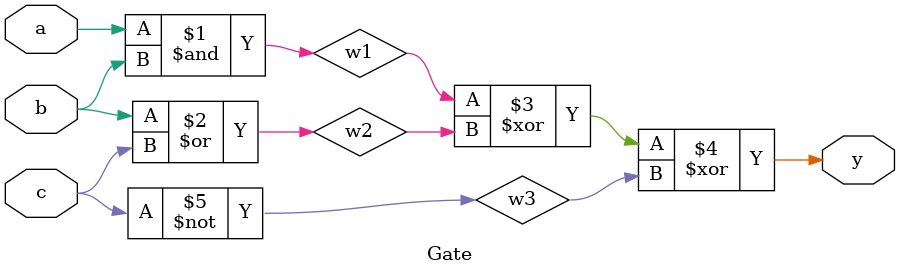
<source format=v>
module Gate(a,b,c,y);
input a,c,b;
output y;
wire w1,w2,w3;
and a1(w1,a,b);
or a2(w2,b,c);
not a3(w3,c);
xor a4(y,w1,w2,w3);
endmodule
</source>
